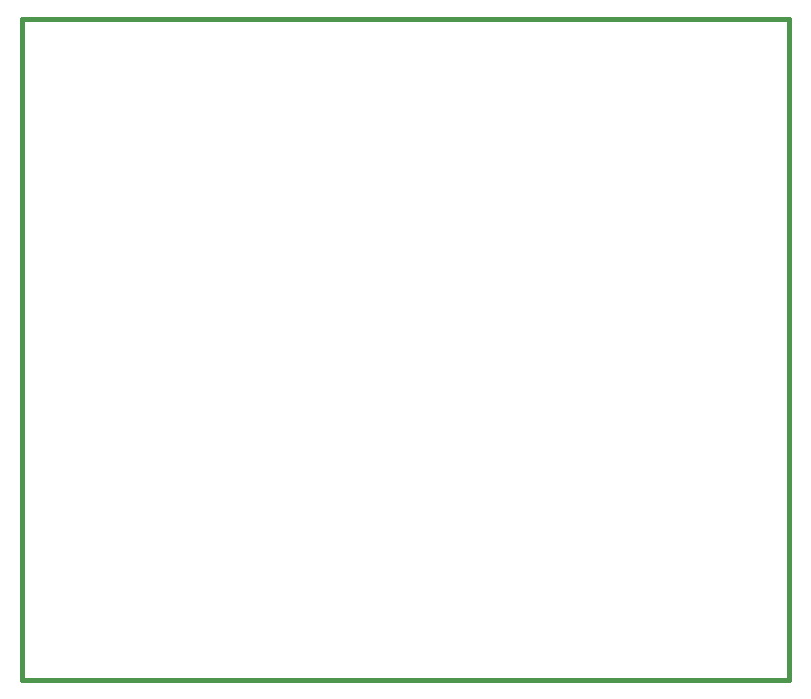
<source format=gko>
%FSLAX33Y33*%
%MOMM*%
%ADD10C,0.381*%
D10*
%LNpath-0*%
G01*
X0Y0D02*
X65000Y0D01*
X65000Y56000*
X0Y56000*
X0Y0*
%LNmechanical details_traces*%
M02*
</source>
